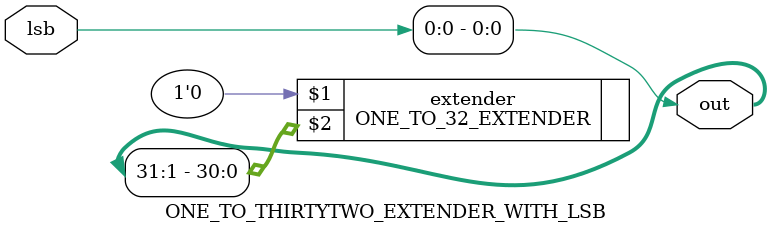
<source format=v>
module SLT32(input [31:0] A,B,output [31:0] Y);


	wire [31:0] w1;

	SUBTRACTOR _subtractor(A,B,1'b1,w1);

	ONE_TO_THIRTYTWO_EXTENDER_WITH_LSB _extender(w1[31],Y);
	
	

	
	

endmodule


module ONE_TO_THIRTYTWO_EXTENDER_WITH_LSB(input lsb , output [31:0] out);

	ONE_TO_32_EXTENDER extender(1'b0,out[31:1]);

	
	and a0(out[0],lsb,lsb);
endmodule

</source>
